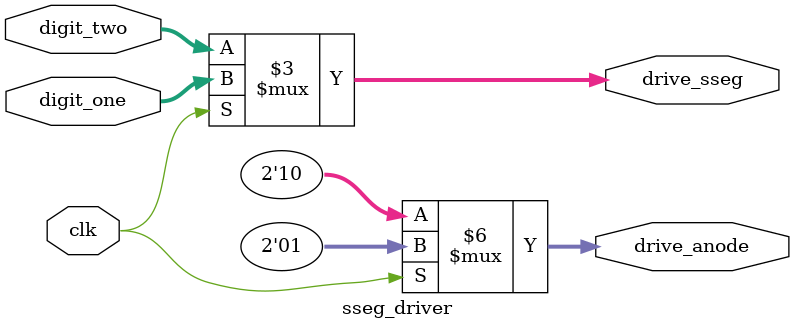
<source format=v>
`timescale 1ns / 1ps
module sseg_driver(
	input clk,
	input [7:0] digit_one,
	input [7:0] digit_two,
	output reg [7:0] drive_sseg,
	output reg [1:0] drive_anode
);

always @ (digit_one or digit_two) begin

	if(clk) begin
		drive_anode = 2'b01;
		drive_sseg = digit_one;
	end
	else begin
		drive_anode = 2'b10;
		drive_sseg = digit_two;
	end

end

endmodule

</source>
